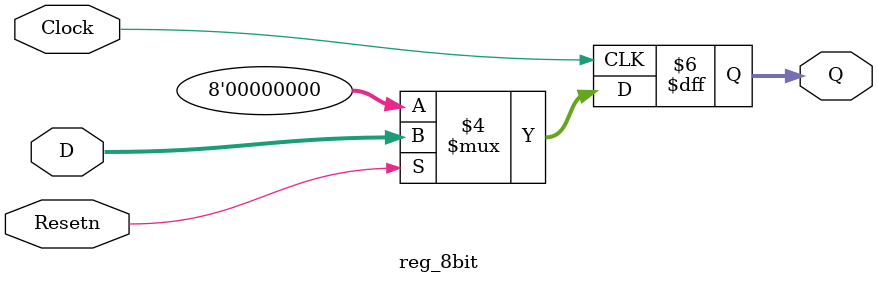
<source format=v>
`timescale 1ns / 1ps
`default_nettype none

module main	(
	input wire CLOCK_50,            //On Board 50 MHz
	input wire [9:0] SW,            // On board Switches
	input wire [3:0] KEY,           // On board push buttons
	output wire [6:0] HEX0,         // HEX displays
	output wire [6:0] HEX1,         
	output wire [6:0] HEX2,         
	output wire [6:0] HEX3,         
	output wire [6:0] HEX4,         
	output wire [6:0] HEX5,         
	output wire [9:0] LEDR,         // LEDs
	output wire [7:0] x,            // VGA pixel coordinates
	output wire [6:0] y,
	output wire [2:0] colour,       // VGA pixel colour (0-7)
	output wire plot,               // Pixel drawn when this is pulsed
	output wire vga_resetn          // VGA resets to black when this is pulsed (NOT CURRENTLY AVAILABLE)
);    

	wire [7:0] ALUout;
	wire [7:0] Regout;
	simpleALU alu (Regout, SW[3:0], Regout[3:0], KEY[3:1], ALUout);
	reg_8bit register (ALUout, Regout, SW[9], KEY[0]);
	
	assign LEDR = Regout;
	
	hex_decoder displayData (SW[3:0], HEX0); //display Data
	hex_decoder display0a (4'b0000, HEX1); //display 0
	hex_decoder display0b (4'b0000, HEX2); //display 0
	hex_decoder display0c (4'b0000, HEX3); //display 0
	hex_decoder displayALUa (Regout[3:0], HEX4); //display ALU
	hex_decoder displayALUb (Regout[7:4], HEX5); //display ALU
	
	
endmodule

module simpleALU(register, A, B, func, ALU);
	
	input wire [7:0] register;
	input wire [2:0] func;
	input wire [3:0] A;
	input wire [3:0] B;
	
	wire [4:0] S;
	
	output reg [7:0] ALU;
	
	wire c1, c2, c3;
	fulladder FA0 (A[0], B[0], 0, S[0], c1);
	fulladder FA1 (A[1], B[1], c1, S[1], c2);
	fulladder FA2 (A[2], B[2], c2, S[2], c3);
	fulladder FA3 (A[3], B[3], c3, S[3], S[4]);  //addition using fulladders
	
		always@(*)
			begin
				case(func)
					3'b111: ALU = {8'b000, S};
					3'b110:	ALU = A + B; //addition using + operator
					3'b101:	ALU = {8'b0000, B}; //sign extension of B to 8 bits
					3'b100:	ALU = {7'd0, |{A,B}};	//output 8'b00000001 if at least 1 of 8 bits in the 2 inputs is 1 using a single OR
					3'b011:	ALU = {7'd0, &{A,B}};	//output 8'b00000001 if all of the 8 bits in the 2 inputs are 1 using a single AND 				
					3'b010:	ALU = A << B;	//left shift A by B bits
					3'b001: ALU = A * B; //multiplication using * operator
					3'b000:	ALU = register; //ALU just holds register value
					
					default: ALU = 8'bxxxxxxxx;
					
				endcase
			end
				
				
endmodule


module fulladder (a,b,ci,s,co);

	input wire a,b,ci;
	output wire s,co;
	
	assign s = a ^ b ^ ci;
	assign co = a & b | a & ci | b & ci;
	
endmodule

module hex_decoder(c, s);

	input wire [3:0] c;
	output wire [6:0] s;
	
	assign s[0] = ~(~c[2]&~c[0] | c[1]&c[0]&~c[3] | c[2]&c[1] | c[0]&~c[3]&c[2] | ~c[1]&~c[0]&c[3] | c[3]&~c[2]&~c[1]);
	assign s[1] = ~(~c[2]&~c[0] | ~c[1]&~c[0]&~c[3] | ~c[3]&~c[2] | c[1]&c[0]&~c[3] | c[3]&c[0]&~c[1]);
	assign s[2] = ~(c[3]&~c[2] | ~c[1]&c[0] | ~c[3]&c[2] | c[1]&c[0]&~c[3] | ~c[3]&~c[2]&~c[1]);
	assign s[3] = ~(~c[1]&~c[0]&~c[2] | ~c[1]&c[0]&c[2] | c[3]&c[2]&~c[1] | c[1]&c[0]&~c[2] | ~c[3]&~c[2]&c[1] | c[1]&~c[0]&c[2]);
	assign s[4] = ~(~c[0]&~c[2] | c[1]&~c[0] | c[3]&c[2] | c[1]&c[3]);
	assign s[5] = ~(~c[1]&~c[0] | ~c[3]&~c[1]&c[2] | c[3]&~c[2] | c[1]&c[3] | c[1]&~c[0]&c[2]);
	assign s[6] = ~(c[3]&~c[2] | c[1]&c[3] | c[1]&~c[0] | ~c[3]&c[2]&~c[1] | ~c[1]&c[0]&c[2] | c[1]&~c[3]&~c[2]);
	
endmodule

module reg_8bit(D, Q, Resetn, Clock);

	input wire [7:0] D;
	input wire Resetn, Clock;
	
	output reg [7:0] Q;
	
	always@(posedge Clock)
	begin
		if(Resetn == 0) //active low reset
			Q <= 0;
		else
			Q <= D;
	end

endmodule

</source>
